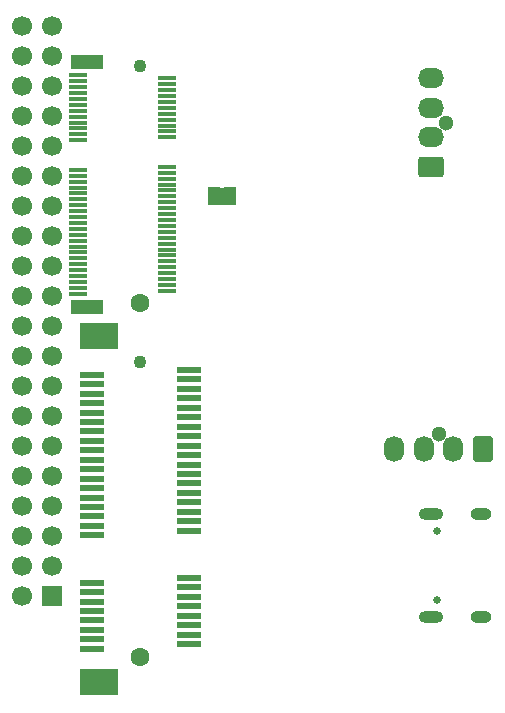
<source format=gbr>
%TF.GenerationSoftware,KiCad,Pcbnew,9.0.7-unknown-1000.20260124git33f2886.fc43*%
%TF.CreationDate,2026-02-08T17:37:19-08:00*%
%TF.ProjectId,Telemetry-Logging-Board,54656c65-6d65-4747-9279-2d4c6f676769,rev?*%
%TF.SameCoordinates,Original*%
%TF.FileFunction,Soldermask,Bot*%
%TF.FilePolarity,Negative*%
%FSLAX46Y46*%
G04 Gerber Fmt 4.6, Leading zero omitted, Abs format (unit mm)*
G04 Created by KiCad (PCBNEW 9.0.7-unknown-1000.20260124git33f2886.fc43) date 2026-02-08 17:37:19*
%MOMM*%
%LPD*%
G01*
G04 APERTURE LIST*
G04 Aperture macros list*
%AMRoundRect*
0 Rectangle with rounded corners*
0 $1 Rounding radius*
0 $2 $3 $4 $5 $6 $7 $8 $9 X,Y pos of 4 corners*
0 Add a 4 corners polygon primitive as box body*
4,1,4,$2,$3,$4,$5,$6,$7,$8,$9,$2,$3,0*
0 Add four circle primitives for the rounded corners*
1,1,$1+$1,$2,$3*
1,1,$1+$1,$4,$5*
1,1,$1+$1,$6,$7*
1,1,$1+$1,$8,$9*
0 Add four rect primitives between the rounded corners*
20,1,$1+$1,$2,$3,$4,$5,0*
20,1,$1+$1,$4,$5,$6,$7,0*
20,1,$1+$1,$6,$7,$8,$9,0*
20,1,$1+$1,$8,$9,$2,$3,0*%
G04 Aperture macros list end*
%ADD10R,1.700000X1.700000*%
%ADD11C,1.700000*%
%ADD12C,1.300000*%
%ADD13RoundRect,0.250000X0.850000X0.600000X-0.850000X0.600000X-0.850000X-0.600000X0.850000X-0.600000X0*%
%ADD14O,2.200000X1.700000*%
%ADD15RoundRect,0.250000X-0.600000X0.850000X-0.600000X-0.850000X0.600000X-0.850000X0.600000X0.850000X0*%
%ADD16O,1.700000X2.200000*%
%ADD17C,0.650000*%
%ADD18O,2.100000X1.000000*%
%ADD19O,1.800000X1.000000*%
%ADD20C,1.100000*%
%ADD21C,1.600000*%
%ADD22R,1.550000X0.300000*%
%ADD23R,2.750000X1.200000*%
%ADD24R,1.000000X1.500000*%
%ADD25R,2.000000X0.600000*%
%ADD26R,3.200000X2.300000*%
G04 APERTURE END LIST*
%TO.C,JP2*%
G36*
X140800000Y-49750000D02*
G01*
X140500000Y-49750000D01*
X140500000Y-51250000D01*
X140800000Y-51250000D01*
X140800000Y-49750000D01*
G37*
%TD*%
D10*
%TO.C,J1*%
X126275000Y-84375000D03*
D11*
X123735000Y-84375000D03*
X126275000Y-81835000D03*
X123735000Y-81835000D03*
X126275000Y-79295000D03*
X123735000Y-79295000D03*
X126275000Y-76755000D03*
X123735000Y-76755000D03*
X126275000Y-74215000D03*
X123735000Y-74215000D03*
X126275000Y-71675000D03*
X123735000Y-71675000D03*
X126275000Y-69135000D03*
X123735000Y-69135000D03*
X126275000Y-66595000D03*
X123735000Y-66595000D03*
X126275000Y-64055000D03*
X123735000Y-64055000D03*
X126275000Y-61515000D03*
X123735000Y-61515000D03*
X126275000Y-58975000D03*
X123735000Y-58975000D03*
X126275000Y-56435000D03*
X123735000Y-56435000D03*
X126275000Y-53895000D03*
X123735000Y-53895000D03*
X126275000Y-51355000D03*
X123735000Y-51355000D03*
X126275000Y-48815000D03*
X123735000Y-48815000D03*
X126275000Y-46275000D03*
X123735000Y-46275000D03*
X126275000Y-43735000D03*
X123735000Y-43735000D03*
X126275000Y-41195000D03*
X123735000Y-41195000D03*
X126275000Y-38655000D03*
X123735000Y-38655000D03*
X126275000Y-36115000D03*
X123735000Y-36115000D03*
%TD*%
D12*
%TO.C,J6*%
X159665000Y-44250000D03*
D13*
X158325000Y-48000000D03*
D14*
X158325000Y-45500000D03*
X158325000Y-43000000D03*
X158325000Y-40500000D03*
%TD*%
D12*
%TO.C,J3*%
X159000000Y-70585000D03*
D15*
X162750000Y-71925000D03*
D16*
X160250000Y-71925000D03*
X157750000Y-71925000D03*
X155250000Y-71925000D03*
%TD*%
D17*
%TO.C,J8*%
X158895000Y-84640000D03*
X158895000Y-78860000D03*
D18*
X158395000Y-86070000D03*
D19*
X162575000Y-86070000D03*
D18*
X158395000Y-77430000D03*
D19*
X162575000Y-77430000D03*
%TD*%
D20*
%TO.C,J9*%
X133750000Y-39500000D03*
D21*
X133750000Y-59500000D03*
D22*
X128470000Y-40250000D03*
X136030000Y-40500000D03*
X128470000Y-40750000D03*
X136030000Y-41000000D03*
X128470000Y-41250000D03*
X136030000Y-41500000D03*
X128470000Y-41750000D03*
X136030000Y-42000000D03*
X128470000Y-42250000D03*
X136030000Y-42500000D03*
X128470000Y-42750000D03*
X136030000Y-43000000D03*
X128470000Y-43250000D03*
X136030000Y-43500000D03*
X128470000Y-43750000D03*
X136030000Y-44000000D03*
X128470000Y-44250000D03*
X136030000Y-44500000D03*
X128470000Y-44750000D03*
X136030000Y-45000000D03*
X128470000Y-45250000D03*
X136030000Y-45500000D03*
X128470000Y-45750000D03*
X136030000Y-48000000D03*
X128470000Y-48250000D03*
X136030000Y-48500000D03*
X128470000Y-48750000D03*
X136030000Y-49000000D03*
X128470000Y-49250000D03*
X136030000Y-49500000D03*
X128470000Y-49750000D03*
X136030000Y-50000000D03*
X128470000Y-50250000D03*
X136030000Y-50500000D03*
X128470000Y-50750000D03*
X136030000Y-51000000D03*
X128470000Y-51250000D03*
X136030000Y-51500000D03*
X128470000Y-51750000D03*
X136030000Y-52000000D03*
X128470000Y-52250000D03*
X136030000Y-52500000D03*
X128470000Y-52750000D03*
X136030000Y-53000000D03*
X128470000Y-53250000D03*
X136030000Y-53500000D03*
X128470000Y-53750000D03*
X136030000Y-54000000D03*
X128470000Y-54250000D03*
X136030000Y-54500000D03*
X128470000Y-54750000D03*
X136030000Y-55000000D03*
X128470000Y-55250000D03*
X136030000Y-55500000D03*
X128470000Y-55750000D03*
X136030000Y-56000000D03*
X128470000Y-56250000D03*
X136030000Y-56500000D03*
X128470000Y-56750000D03*
X136030000Y-57000000D03*
X128470000Y-57250000D03*
X136030000Y-57500000D03*
X128470000Y-57750000D03*
X136030000Y-58000000D03*
X128470000Y-58250000D03*
X136030000Y-58500000D03*
X128470000Y-58750000D03*
D23*
X129250000Y-59850000D03*
X129250000Y-39150000D03*
%TD*%
D24*
%TO.C,JP2*%
X141300000Y-50500000D03*
X140000000Y-50500000D03*
%TD*%
D21*
%TO.C,J2*%
X133750000Y-89500000D03*
D20*
X133750000Y-64500000D03*
D25*
X129650000Y-88800000D03*
X137850000Y-88400000D03*
X129650000Y-88000000D03*
X137850000Y-87600000D03*
X129650000Y-87200000D03*
X137850000Y-86800000D03*
X129650000Y-86400000D03*
X137850000Y-86000000D03*
X129650000Y-85600000D03*
X137850000Y-85200000D03*
X129650000Y-84800000D03*
X137850000Y-84400000D03*
X129650000Y-84000000D03*
X137850000Y-83600000D03*
X129650000Y-83200000D03*
X137850000Y-82800000D03*
X129650000Y-79200000D03*
X137850000Y-78800000D03*
X129650000Y-78400000D03*
X137850000Y-78000000D03*
X129650000Y-77600000D03*
X137850000Y-77200000D03*
X129650000Y-76800000D03*
X137850000Y-76400000D03*
X129650000Y-76000000D03*
X137850000Y-75600000D03*
X129650000Y-75200000D03*
X137850000Y-74800000D03*
X129650000Y-74400000D03*
X137850000Y-74000000D03*
X129650000Y-73600000D03*
X137850000Y-73200000D03*
X129650000Y-72800000D03*
X137850000Y-72400000D03*
X129650000Y-72000000D03*
X137850000Y-71600000D03*
X129650000Y-71200000D03*
X137850000Y-70800000D03*
X129650000Y-70400000D03*
X137850000Y-70000000D03*
X129650000Y-69600000D03*
X137850000Y-69200000D03*
X129650000Y-68800000D03*
X137850000Y-68400000D03*
X129650000Y-68000000D03*
X137850000Y-67600000D03*
X129650000Y-67200000D03*
X137850000Y-66800000D03*
X129650000Y-66400000D03*
X137850000Y-66000000D03*
X129650000Y-65600000D03*
X137850000Y-65200000D03*
D26*
X130250000Y-91650000D03*
X130250000Y-62350000D03*
%TD*%
M02*

</source>
